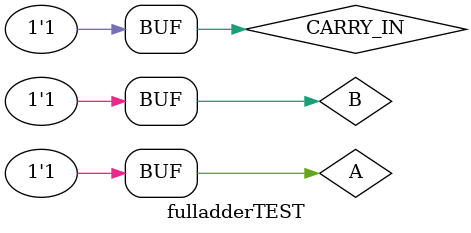
<source format=v>
`timescale 1ns / 1ps

module fulladderTEST;
  
  reg A, B, CARRY_IN;
  wire CARRY_OUT, SUM;

  fulladder myAdder(
    .A(A),
    .B(B),
    .CARRY_IN(CARRY_IN),
    .CARRY_OUT(CARRY_OUT),
    .SUM(SUM)
  );

initial
begin
$monitor(A, B, CARRY_IN, CARRY_OUT, SUM);
  
  A = 1'b0;
  B = 1'b0;
  CARRY_IN  = 1'b0;
  
  #10
  A = 1'b0;
  B = 1'b0;
  CARRY_IN  = 1'b1;
  
  #10
  A = 1'b0;
  B = 1'b1;
  CARRY_IN  = 1'b0;
  
  #10
  A = 1'b0;
  B = 1'b1;
  CARRY_IN  = 1'b1;
  
  #10
  A = 1'b1;
  B = 1'b0;
  CARRY_IN  = 1'b0;
  
  #10
  A = 1'b1;
  B = 1'b0;
  CARRY_IN  = 1'b1;
  
  #10
  A = 1'b1;
  B = 1'b1;
  CARRY_IN  = 1'b0;
  
  #10
  A = 1'b1;
  B = 1'b1;
  CARRY_IN  = 1'b1;
  
end

endmodule

</source>
